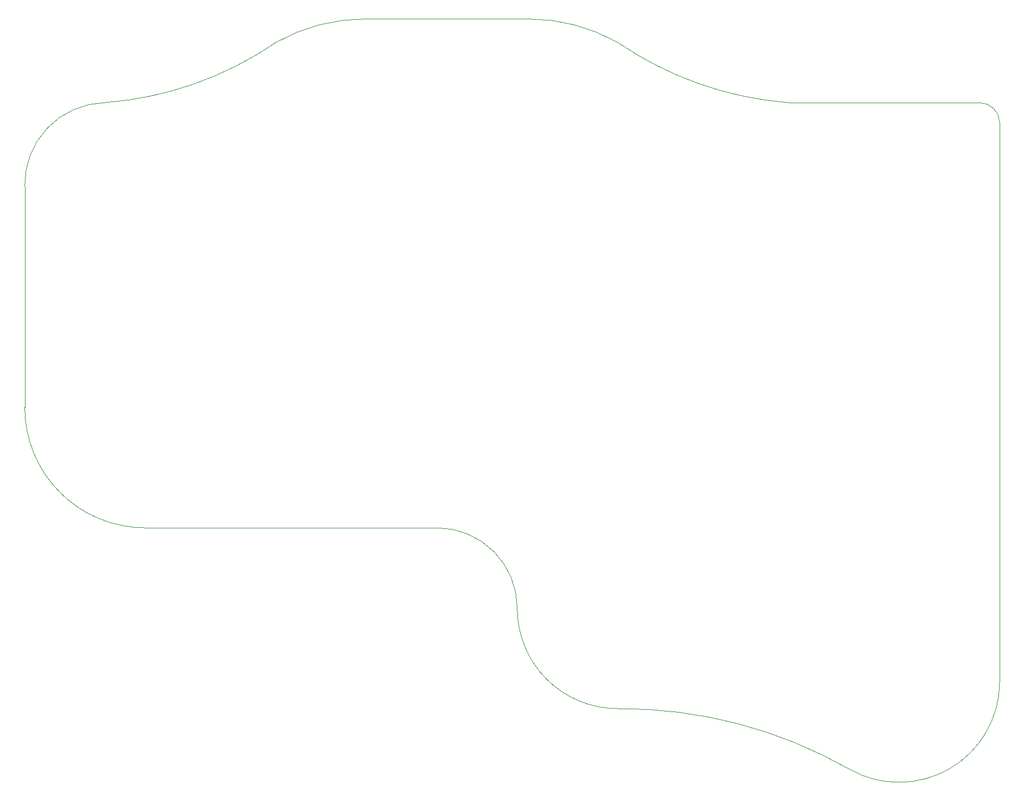
<source format=gm1>
G04 #@! TF.GenerationSoftware,KiCad,Pcbnew,(6.0.5-0)*
G04 #@! TF.CreationDate,2023-02-07T22:55:57+01:00*
G04 #@! TF.ProjectId,awokb,61776f6b-622e-46b6-9963-61645f706362,rev?*
G04 #@! TF.SameCoordinates,Original*
G04 #@! TF.FileFunction,Profile,NP*
%FSLAX46Y46*%
G04 Gerber Fmt 4.6, Leading zero omitted, Abs format (unit mm)*
G04 Created by KiCad (PCBNEW (6.0.5-0)) date 2023-02-07 22:55:57*
%MOMM*%
%LPD*%
G01*
G04 APERTURE LIST*
G04 #@! TA.AperFunction,Profile*
%ADD10C,0.100000*%
G04 #@! TD*
G04 APERTURE END LIST*
D10*
X72000022Y-42499978D02*
X96000022Y-42499978D01*
X33000022Y-54989565D02*
G75*
G03*
X58500022Y-45999978I-4000472J52009435D01*
G01*
X72000022Y-42499980D02*
G75*
G03*
X58500022Y-45999978I-218922J-26941320D01*
G01*
X109500021Y-45999980D02*
G75*
G03*
X135000022Y-54999978I29544229J43083660D01*
G01*
X144000020Y-154499981D02*
G75*
G03*
X109500022Y-145499978I-34044220J-59877819D01*
G01*
X109500025Y-45999972D02*
G75*
G03*
X96000022Y-42499978I-13281125J-23441528D01*
G01*
X166500022Y-141499978D02*
X166500022Y-57999978D01*
X144000021Y-154499980D02*
G75*
G03*
X166500022Y-141499978I7494439J13000010D01*
G01*
X39000022Y-118499978D02*
X82500022Y-118499978D01*
X94500022Y-130499978D02*
G75*
G03*
X109500022Y-145499978I14999978J-22D01*
G01*
X135000022Y-54999978D02*
X163500022Y-54999978D01*
X21000022Y-100499978D02*
G75*
G03*
X39000022Y-118499978I17999998J-2D01*
G01*
X33000022Y-54989562D02*
G75*
G03*
X21000022Y-67499978I255208J-12255208D01*
G01*
X21000022Y-100499978D02*
X21000022Y-67499978D01*
X166500022Y-57999978D02*
G75*
G03*
X163500022Y-54999978I-3000022J-22D01*
G01*
X94500022Y-130499978D02*
G75*
G03*
X82500022Y-118499978I-12000022J-22D01*
G01*
M02*

</source>
